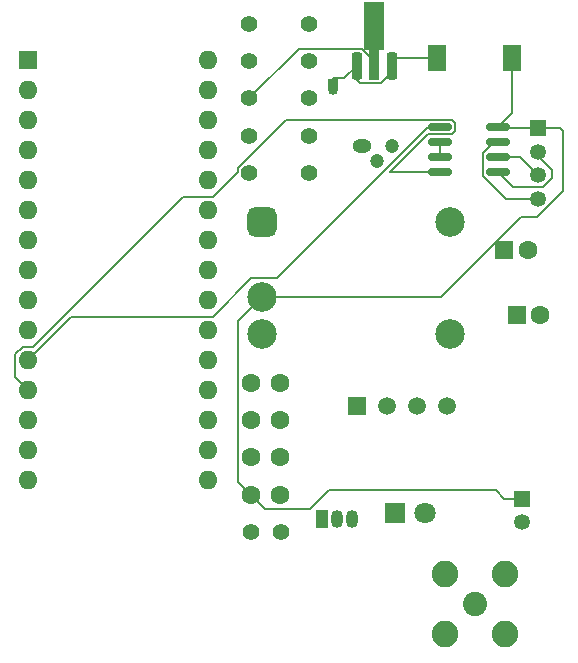
<source format=gbr>
%TF.GenerationSoftware,KiCad,Pcbnew,9.0.4*%
%TF.CreationDate,2026-01-27T05:13:48+01:00*%
%TF.ProjectId,weather station,77656174-6865-4722-9073-746174696f6e,rev?*%
%TF.SameCoordinates,Original*%
%TF.FileFunction,Copper,L1,Top*%
%TF.FilePolarity,Positive*%
%FSLAX46Y46*%
G04 Gerber Fmt 4.6, Leading zero omitted, Abs format (unit mm)*
G04 Created by KiCad (PCBNEW 9.0.4) date 2026-01-27 05:13:48*
%MOMM*%
%LPD*%
G01*
G04 APERTURE LIST*
G04 Aperture macros list*
%AMRoundRect*
0 Rectangle with rounded corners*
0 $1 Rounding radius*
0 $2 $3 $4 $5 $6 $7 $8 $9 X,Y pos of 4 corners*
0 Add a 4 corners polygon primitive as box body*
4,1,4,$2,$3,$4,$5,$6,$7,$8,$9,$2,$3,0*
0 Add four circle primitives for the rounded corners*
1,1,$1+$1,$2,$3*
1,1,$1+$1,$4,$5*
1,1,$1+$1,$6,$7*
1,1,$1+$1,$8,$9*
0 Add four rect primitives between the rounded corners*
20,1,$1+$1,$2,$3,$4,$5,0*
20,1,$1+$1,$4,$5,$6,$7,0*
20,1,$1+$1,$6,$7,$8,$9,0*
20,1,$1+$1,$8,$9,$2,$3,0*%
%AMFreePoly0*
4,1,9,5.362500,-0.866500,1.237500,-0.866500,1.237500,-0.450000,-1.237500,-0.450000,-1.237500,0.450000,1.237500,0.450000,1.237500,0.866500,5.362500,0.866500,5.362500,-0.866500,5.362500,-0.866500,$1*%
G04 Aperture macros list end*
%TA.AperFunction,ComponentPad*%
%ADD10C,1.600000*%
%TD*%
%TA.AperFunction,ComponentPad*%
%ADD11C,1.400000*%
%TD*%
%TA.AperFunction,SMDPad,CuDef*%
%ADD12RoundRect,0.150000X-0.825000X-0.150000X0.825000X-0.150000X0.825000X0.150000X-0.825000X0.150000X0*%
%TD*%
%TA.AperFunction,SMDPad,CuDef*%
%ADD13R,1.500000X2.200000*%
%TD*%
%TA.AperFunction,SMDPad,CuDef*%
%ADD14RoundRect,0.225000X0.225000X-0.925000X0.225000X0.925000X-0.225000X0.925000X-0.225000X-0.925000X0*%
%TD*%
%TA.AperFunction,SMDPad,CuDef*%
%ADD15FreePoly0,90.000000*%
%TD*%
%TA.AperFunction,ComponentPad*%
%ADD16R,1.350000X1.350000*%
%TD*%
%TA.AperFunction,ComponentPad*%
%ADD17C,1.350000*%
%TD*%
%TA.AperFunction,ComponentPad*%
%ADD18R,1.050000X1.500000*%
%TD*%
%TA.AperFunction,ComponentPad*%
%ADD19O,1.050000X1.500000*%
%TD*%
%TA.AperFunction,ComponentPad*%
%ADD20R,1.600000X1.600000*%
%TD*%
%TA.AperFunction,ComponentPad*%
%ADD21O,1.600000X1.600000*%
%TD*%
%TA.AperFunction,ComponentPad*%
%ADD22O,1.600000X1.200000*%
%TD*%
%TA.AperFunction,ComponentPad*%
%ADD23C,1.200000*%
%TD*%
%TA.AperFunction,ComponentPad*%
%ADD24R,1.800000X1.800000*%
%TD*%
%TA.AperFunction,ComponentPad*%
%ADD25C,1.800000*%
%TD*%
%TA.AperFunction,ComponentPad*%
%ADD26R,0.850000X0.850000*%
%TD*%
%TA.AperFunction,ComponentPad*%
%ADD27C,0.850000*%
%TD*%
%TA.AperFunction,ComponentPad*%
%ADD28C,2.050000*%
%TD*%
%TA.AperFunction,ComponentPad*%
%ADD29C,2.250000*%
%TD*%
%TA.AperFunction,ComponentPad*%
%ADD30R,1.500000X1.500000*%
%TD*%
%TA.AperFunction,ComponentPad*%
%ADD31C,1.500000*%
%TD*%
%TA.AperFunction,ComponentPad*%
%ADD32RoundRect,0.625000X-0.625000X-0.625000X0.625000X-0.625000X0.625000X0.625000X-0.625000X0.625000X0*%
%TD*%
%TA.AperFunction,ComponentPad*%
%ADD33C,2.500000*%
%TD*%
%TA.AperFunction,ComponentPad*%
%ADD34RoundRect,0.250000X-0.550000X-0.550000X0.550000X-0.550000X0.550000X0.550000X-0.550000X0.550000X0*%
%TD*%
%TA.AperFunction,Conductor*%
%ADD35C,0.200000*%
%TD*%
G04 APERTURE END LIST*
D10*
%TO.P,C5,1*%
%TO.N,Net-(J6-Pin_1)*%
X80520000Y-62600000D03*
%TO.P,C5,2*%
%TO.N,GND*%
X83020000Y-62600000D03*
%TD*%
D11*
%TO.P,R7,1*%
%TO.N,A+*%
X80420000Y-38500000D03*
%TO.P,R7,2*%
%TO.N,B-*%
X85500000Y-38500000D03*
%TD*%
D12*
%TO.P,U2,1,RO*%
%TO.N,Net-(A1-D8)*%
X96515000Y-34625000D03*
%TO.P,U2,2,~{RE}*%
%TO.N,Net-(U2-DE)*%
X96515000Y-35895000D03*
%TO.P,U2,3,DE*%
X96515000Y-37165000D03*
%TO.P,U2,4,DI*%
%TO.N,Net-(A1-D9)*%
X96515000Y-38435000D03*
%TO.P,U2,5,GND*%
%TO.N,GND*%
X101465000Y-38435000D03*
%TO.P,U2,6,A*%
%TO.N,A+*%
X101465000Y-37165000D03*
%TO.P,U2,7,B*%
%TO.N,B-*%
X101465000Y-35895000D03*
%TO.P,U2,8,VCC*%
%TO.N,+12V*%
X101465000Y-34625000D03*
%TD*%
D13*
%TO.P,L1,1,1*%
%TO.N,Net-(J6-Pin_1)*%
X96290000Y-28750000D03*
%TO.P,L1,2,2*%
%TO.N,+12V*%
X102690000Y-28750000D03*
%TD*%
D14*
%TO.P,Q1,1,E*%
%TO.N,Net-(J6-Pin_1)*%
X89500000Y-29450000D03*
D15*
%TO.P,Q1,2,B*%
%TO.N,Net-(Q1-B)*%
X91000000Y-29362500D03*
D14*
%TO.P,Q1,3,C*%
%TO.N,Net-(J6-Pin_1)*%
X92500000Y-29450000D03*
%TD*%
D16*
%TO.P,BT1,1,+*%
%TO.N,+12V*%
X103500000Y-66100000D03*
D17*
%TO.P,BT1,2,-*%
%TO.N,GND*%
X103500000Y-68100000D03*
%TD*%
D11*
%TO.P,R2,1*%
%TO.N,Net-(D1-K)*%
X80420000Y-25900000D03*
%TO.P,R2,2*%
%TO.N,GND*%
X85500000Y-25900000D03*
%TD*%
D18*
%TO.P,Q2,1,C*%
%TO.N,Net-(J6-Pin_1)*%
X86580000Y-67830000D03*
D19*
%TO.P,Q2,2,B*%
%TO.N,Net-(Q2-B)*%
X87850000Y-67830000D03*
%TO.P,Q2,3,E*%
%TO.N,GND*%
X89120000Y-67830000D03*
%TD*%
D11*
%TO.P,R5,1*%
%TO.N,Net-(Q1-B)*%
X80420000Y-32200000D03*
%TO.P,R5,2*%
%TO.N,Net-(A1-+5V)*%
X85500000Y-32200000D03*
%TD*%
D10*
%TO.P,C4,1*%
%TO.N,Net-(J6-Pin_1)*%
X80520000Y-59450000D03*
%TO.P,C4,2*%
%TO.N,Net-(AE1-A)*%
X83020000Y-59450000D03*
%TD*%
D20*
%TO.P,A1,1,TX1*%
%TO.N,unconnected-(A1-TX1-Pad1)*%
X61670000Y-28910000D03*
D21*
%TO.P,A1,2,RX1*%
%TO.N,unconnected-(A1-RX1-Pad2)*%
X61670000Y-31450000D03*
%TO.P,A1,3,~{RESET}*%
%TO.N,unconnected-(A1-~{RESET}-Pad3)*%
X61670000Y-33990000D03*
%TO.P,A1,4,GND*%
%TO.N,GND*%
X61670000Y-36530000D03*
%TO.P,A1,5,D2*%
%TO.N,unconnected-(A1-D2-Pad5)*%
X61670000Y-39070000D03*
%TO.P,A1,6,D3*%
%TO.N,Net-(A1-D3)*%
X61670000Y-41610000D03*
%TO.P,A1,7,D4*%
%TO.N,Net-(A1-D4)*%
X61670000Y-44150000D03*
%TO.P,A1,8,D5*%
%TO.N,unconnected-(A1-D5-Pad8)*%
X61670000Y-46690000D03*
%TO.P,A1,9,D6*%
%TO.N,unconnected-(A1-D6-Pad9)*%
X61670000Y-49230000D03*
%TO.P,A1,10,D7*%
%TO.N,unconnected-(A1-D7-Pad10)*%
X61670000Y-51770000D03*
%TO.P,A1,11,D8*%
%TO.N,Net-(A1-D8)*%
X61670000Y-54310000D03*
%TO.P,A1,12,D9*%
%TO.N,Net-(A1-D9)*%
X61670000Y-56850000D03*
%TO.P,A1,13,D10*%
%TO.N,Net-(A1-D10)*%
X61670000Y-59390000D03*
%TO.P,A1,14,MOSI*%
%TO.N,unconnected-(A1-MOSI-Pad14)*%
X61670000Y-61930000D03*
%TO.P,A1,15,MISO*%
%TO.N,unconnected-(A1-MISO-Pad15)*%
X61670000Y-64470000D03*
%TO.P,A1,16,SCK*%
%TO.N,unconnected-(A1-SCK-Pad16)*%
X76910000Y-64470000D03*
%TO.P,A1,17,3V3*%
%TO.N,unconnected-(A1-3V3-Pad17)*%
X76910000Y-61930000D03*
%TO.P,A1,18,AREF*%
%TO.N,unconnected-(A1-AREF-Pad18)*%
X76910000Y-59390000D03*
%TO.P,A1,19,A0*%
%TO.N,unconnected-(A1-A0-Pad19)*%
X76910000Y-56850000D03*
%TO.P,A1,20,A1*%
%TO.N,unconnected-(A1-A1-Pad20)*%
X76910000Y-54310000D03*
%TO.P,A1,21,A2*%
%TO.N,unconnected-(A1-A2-Pad21)*%
X76910000Y-51770000D03*
%TO.P,A1,22,A3*%
%TO.N,unconnected-(A1-A3-Pad22)*%
X76910000Y-49230000D03*
%TO.P,A1,23,SDA/A4*%
%TO.N,unconnected-(A1-SDA{slash}A4-Pad23)*%
X76910000Y-46690000D03*
%TO.P,A1,24,SCL/A5*%
%TO.N,unconnected-(A1-SCL{slash}A5-Pad24)*%
X76910000Y-44150000D03*
%TO.P,A1,25,A6*%
%TO.N,unconnected-(A1-A6-Pad25)*%
X76910000Y-41610000D03*
%TO.P,A1,26,A7*%
%TO.N,unconnected-(A1-A7-Pad26)*%
X76910000Y-39070000D03*
%TO.P,A1,27,+5V*%
%TO.N,Net-(A1-+5V)*%
X76910000Y-36530000D03*
%TO.P,A1,28,~{RESET}*%
%TO.N,unconnected-(A1-~{RESET}-Pad28)*%
X76910000Y-33990000D03*
%TO.P,A1,29,GND*%
%TO.N,GND*%
X76910000Y-31450000D03*
%TO.P,A1,30,VIN*%
%TO.N,unconnected-(A1-VIN-Pad30)*%
X76910000Y-28910000D03*
%TD*%
D22*
%TO.P,Y1,1,E*%
%TO.N,Net-(Q1-B)*%
X89960000Y-36221961D03*
D23*
%TO.P,Y1,2,B*%
%TO.N,GND*%
X91230000Y-37491961D03*
%TO.P,Y1,3,C*%
X92500000Y-36221961D03*
%TD*%
D11*
%TO.P,R6,1*%
%TO.N,Net-(Q2-B)*%
X80420000Y-35350000D03*
%TO.P,R6,2*%
%TO.N,Net-(A1-D3)*%
X85500000Y-35350000D03*
%TD*%
%TO.P,R1,1*%
%TO.N,Net-(U1-Vo_Adj)*%
X80520000Y-68900000D03*
%TO.P,R1,2*%
%TO.N,GND*%
X83060000Y-68900000D03*
%TD*%
%TO.P,R3,1*%
%TO.N,Net-(A1-D4)*%
X80420000Y-29050000D03*
%TO.P,R3,2*%
%TO.N,Net-(A1-+5V)*%
X85500000Y-29050000D03*
%TD*%
D24*
%TO.P,D1,1,K*%
%TO.N,Net-(D1-K)*%
X92780000Y-67310000D03*
D25*
%TO.P,D1,2,A*%
%TO.N,Net-(A1-D10)*%
X95320000Y-67310000D03*
%TD*%
D26*
%TO.P,J6,1,Pin_1*%
%TO.N,Net-(J6-Pin_1)*%
X87500000Y-31000000D03*
D27*
%TO.P,J6,2,Pin_2*%
X87500000Y-31500000D03*
%TD*%
D16*
%TO.P,J4,1,Pin_1*%
%TO.N,+12V*%
X104880000Y-34700000D03*
D17*
%TO.P,J4,2,Pin_2*%
%TO.N,GND*%
X104880000Y-36700000D03*
%TO.P,J4,3,Pin_3*%
%TO.N,A+*%
X104880000Y-38700000D03*
%TO.P,J4,4,Pin_4*%
%TO.N,B-*%
X104880000Y-40700000D03*
%TD*%
D28*
%TO.P,AE1,1,A*%
%TO.N,Net-(AE1-A)*%
X99500000Y-75000000D03*
D29*
%TO.P,AE1,2,Shield*%
%TO.N,GND*%
X96960000Y-77540000D03*
X102040000Y-77540000D03*
X96960000Y-72460000D03*
X102040000Y-72460000D03*
%TD*%
D10*
%TO.P,C3,1*%
%TO.N,Net-(J6-Pin_1)*%
X80520000Y-56300000D03*
%TO.P,C3,2*%
X83020000Y-56300000D03*
%TD*%
D30*
%TO.P,U3,1,VDD*%
%TO.N,Net-(A1-+5V)*%
X89510000Y-58250000D03*
D31*
%TO.P,U3,2,SDA*%
%TO.N,Net-(A1-D4)*%
X92050000Y-58250000D03*
%TO.P,U3,3,GND*%
%TO.N,GND*%
X94590000Y-58250000D03*
%TO.P,U3,4,GND*%
X97130000Y-58250000D03*
%TD*%
D32*
%TO.P,U1,1,GND*%
%TO.N,GND*%
X81500000Y-42640000D03*
D33*
%TO.P,U1,2,VI*%
%TO.N,+12V*%
X81500000Y-48990000D03*
%TO.P,U1,3,~{Inhibit}*%
%TO.N,unconnected-(U1-~{Inhibit}-Pad3)*%
X81500000Y-52160000D03*
%TO.P,U1,4,Vo_Adj*%
%TO.N,Net-(U1-Vo_Adj)*%
X97390000Y-52160000D03*
%TO.P,U1,5,VO*%
%TO.N,Net-(A1-+5V)*%
X97380000Y-42640000D03*
%TD*%
D34*
%TO.P,C2,1*%
%TO.N,Net-(A1-+5V)*%
X103044888Y-50500000D03*
D10*
%TO.P,C2,2*%
%TO.N,GND*%
X105044888Y-50500000D03*
%TD*%
D34*
%TO.P,C1,1*%
%TO.N,+12V*%
X102000000Y-45000000D03*
D10*
%TO.P,C1,2*%
%TO.N,GND*%
X104000000Y-45000000D03*
%TD*%
%TO.P,C6,1*%
%TO.N,+12V*%
X80520000Y-65750000D03*
%TO.P,C6,2*%
%TO.N,GND*%
X83020000Y-65750000D03*
%TD*%
D35*
%TO.N,GND*%
X106000000Y-38960273D02*
X106000000Y-38221000D01*
X102706000Y-39676000D02*
X105284273Y-39676000D01*
X104889500Y-36709500D02*
X104889500Y-37110500D01*
X104889500Y-37110500D02*
X104880000Y-37101000D01*
X106000000Y-38221000D02*
X104889500Y-37110500D01*
X101465000Y-38435000D02*
X102706000Y-39676000D01*
X105481040Y-36700000D02*
X104880000Y-36700000D01*
X104880000Y-36700000D02*
X104889500Y-36709500D01*
X105284273Y-39676000D02*
X106000000Y-38960273D01*
%TO.N,Net-(A1-D9)*%
X79419000Y-38456050D02*
X77366050Y-40509000D01*
X97530968Y-35226000D02*
X97791000Y-34965968D01*
X96515000Y-38435000D02*
X92297101Y-38435000D01*
X60569000Y-55749000D02*
X61670000Y-56850000D01*
X60569000Y-53853950D02*
X60569000Y-55749000D01*
X83480372Y-34024000D02*
X79419000Y-38085372D01*
X61213950Y-53209000D02*
X60569000Y-53853950D01*
X77366050Y-40509000D02*
X74826050Y-40509000D01*
X97791000Y-34965968D02*
X97791000Y-34284032D01*
X79419000Y-38085372D02*
X79419000Y-38456050D01*
X74826050Y-40509000D02*
X62126050Y-53209000D01*
X95506101Y-35226000D02*
X97530968Y-35226000D01*
X92297101Y-38435000D02*
X95506101Y-35226000D01*
X97530968Y-34024000D02*
X83480372Y-34024000D01*
X62126050Y-53209000D02*
X61213950Y-53209000D01*
X97791000Y-34284032D02*
X97530968Y-34024000D01*
%TO.N,Net-(A1-D8)*%
X82726001Y-47439000D02*
X80596050Y-47439000D01*
X65311000Y-50669000D02*
X61670000Y-54310000D01*
X77366050Y-50669000D02*
X65311000Y-50669000D01*
X95540001Y-34625000D02*
X82726001Y-47439000D01*
X80596050Y-47439000D02*
X77366050Y-50669000D01*
X96515000Y-34625000D02*
X95540001Y-34625000D01*
%TO.N,Net-(Q1-B)*%
X89949110Y-27999000D02*
X84621000Y-27999000D01*
X84621000Y-27999000D02*
X80420000Y-32200000D01*
X91000000Y-29049890D02*
X89949110Y-27999000D01*
X91000000Y-29362500D02*
X91000000Y-29049890D01*
%TO.N,+12V*%
X101264000Y-65374000D02*
X101990000Y-66100000D01*
X101700000Y-34700000D02*
X103000000Y-34700000D01*
X87159000Y-65374000D02*
X101264000Y-65374000D01*
X80520000Y-65750000D02*
X81770000Y-67000000D01*
X101324887Y-44324887D02*
X96659775Y-48990000D01*
X102690000Y-28750000D02*
X102690000Y-33400000D01*
X103000000Y-34700000D02*
X104880000Y-34700000D01*
X101625000Y-34625000D02*
X101700000Y-34700000D01*
X96659775Y-48990000D02*
X81500000Y-48990000D01*
X102299775Y-43350000D02*
X101324887Y-44324887D01*
X104880000Y-34700000D02*
X106700000Y-34700000D01*
X102690000Y-33400000D02*
X101465000Y-34625000D01*
X106700000Y-34700000D02*
X107000000Y-35000000D01*
X101465000Y-34625000D02*
X101625000Y-34625000D01*
X103500000Y-66100000D02*
X101990000Y-66100000D01*
X81770000Y-67000000D02*
X85533000Y-67000000D01*
X79419000Y-51071000D02*
X79419000Y-64649000D01*
X107000000Y-40000000D02*
X104751000Y-42249000D01*
X85533000Y-67000000D02*
X87159000Y-65374000D01*
X104751000Y-42249000D02*
X103400775Y-42249000D01*
X107000000Y-35000000D02*
X107000000Y-40000000D01*
X81500000Y-48990000D02*
X79419000Y-51071000D01*
X102000000Y-45000000D02*
X101324887Y-44324887D01*
X79419000Y-64649000D02*
X80520000Y-65750000D01*
X103400775Y-42249000D02*
X102299775Y-43350000D01*
%TO.N,A+*%
X103345000Y-37165000D02*
X104880000Y-38700000D01*
X101465000Y-37165000D02*
X103345000Y-37165000D01*
%TO.N,Net-(U2-DE)*%
X96515000Y-35895000D02*
X96515000Y-37165000D01*
%TO.N,B-*%
X101465000Y-35895000D02*
X101118032Y-35895000D01*
X101465000Y-35895000D02*
X101895000Y-35895000D01*
X100189000Y-36824032D02*
X100189000Y-38775968D01*
X100189000Y-38775968D02*
X102113032Y-40700000D01*
X102113032Y-40700000D02*
X104880000Y-40700000D01*
X101118032Y-35895000D02*
X100189000Y-36824032D01*
%TO.N,Net-(J6-Pin_1)*%
X92500000Y-29450000D02*
X92500000Y-29982752D01*
X89806000Y-30906000D02*
X89500000Y-30600000D01*
X89500000Y-30600000D02*
X89500000Y-29450000D01*
X92500000Y-29982752D02*
X91576752Y-30906000D01*
X96290000Y-28750000D02*
X92670000Y-28750000D01*
X89500000Y-29450000D02*
X88450000Y-30500000D01*
X87500000Y-30500000D02*
X87500000Y-31000000D01*
X91576752Y-30906000D02*
X89806000Y-30906000D01*
X88450000Y-30500000D02*
X87500000Y-30500000D01*
X92670000Y-28750000D02*
X92363922Y-28443922D01*
%TD*%
M02*

</source>
